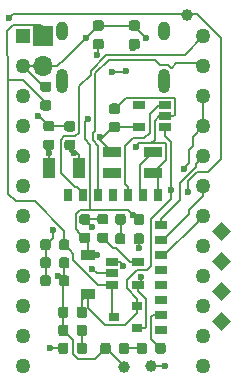
<source format=gbr>
G04 #@! TF.GenerationSoftware,KiCad,Pcbnew,(5.1.10)-1*
G04 #@! TF.CreationDate,2021-09-27T22:25:22-06:00*
G04 #@! TF.ProjectId,BlueMicro833_vddh,426c7565-4d69-4637-926f-3833335f7664,rev?*
G04 #@! TF.SameCoordinates,Original*
G04 #@! TF.FileFunction,Copper,L1,Top*
G04 #@! TF.FilePolarity,Positive*
%FSLAX46Y46*%
G04 Gerber Fmt 4.6, Leading zero omitted, Abs format (unit mm)*
G04 Created by KiCad (PCBNEW (5.1.10)-1) date 2021-09-27 22:25:22*
%MOMM*%
%LPD*%
G01*
G04 APERTURE LIST*
G04 #@! TA.AperFunction,SMDPad,CuDef*
%ADD10R,1.600000X0.850000*%
G04 #@! TD*
G04 #@! TA.AperFunction,ComponentPad*
%ADD11C,1.270000*%
G04 #@! TD*
G04 #@! TA.AperFunction,ComponentPad*
%ADD12R,1.250000X1.250000*%
G04 #@! TD*
G04 #@! TA.AperFunction,ComponentPad*
%ADD13O,1.000000X2.100000*%
G04 #@! TD*
G04 #@! TA.AperFunction,ComponentPad*
%ADD14O,1.000000X1.600000*%
G04 #@! TD*
G04 #@! TA.AperFunction,ComponentPad*
%ADD15R,1.000000X0.650000*%
G04 #@! TD*
G04 #@! TA.AperFunction,ComponentPad*
%ADD16R,0.650000X1.000000*%
G04 #@! TD*
G04 #@! TA.AperFunction,SMDPad,CuDef*
%ADD17R,1.000000X1.800000*%
G04 #@! TD*
G04 #@! TA.AperFunction,SMDPad,CuDef*
%ADD18R,1.060000X0.650000*%
G04 #@! TD*
G04 #@! TA.AperFunction,SMDPad,CuDef*
%ADD19R,1.200000X0.900000*%
G04 #@! TD*
G04 #@! TA.AperFunction,SMDPad,CuDef*
%ADD20R,0.900000X0.800000*%
G04 #@! TD*
G04 #@! TA.AperFunction,SMDPad,CuDef*
%ADD21C,1.000000*%
G04 #@! TD*
G04 #@! TA.AperFunction,ComponentPad*
%ADD22C,0.100000*%
G04 #@! TD*
G04 #@! TA.AperFunction,ComponentPad*
%ADD23R,1.700000X1.700000*%
G04 #@! TD*
G04 #@! TA.AperFunction,ComponentPad*
%ADD24O,1.700000X1.700000*%
G04 #@! TD*
G04 #@! TA.AperFunction,ViaPad*
%ADD25C,0.600000*%
G04 #@! TD*
G04 #@! TA.AperFunction,Conductor*
%ADD26C,0.200000*%
G04 #@! TD*
G04 APERTURE END LIST*
G04 #@! TA.AperFunction,SMDPad,CuDef*
G36*
G01*
X104153133Y-118936575D02*
X103653133Y-118936575D01*
G75*
G02*
X103428133Y-118711575I0J225000D01*
G01*
X103428133Y-118261575D01*
G75*
G02*
X103653133Y-118036575I225000J0D01*
G01*
X104153133Y-118036575D01*
G75*
G02*
X104378133Y-118261575I0J-225000D01*
G01*
X104378133Y-118711575D01*
G75*
G02*
X104153133Y-118936575I-225000J0D01*
G01*
G37*
G04 #@! TD.AperFunction*
G04 #@! TA.AperFunction,SMDPad,CuDef*
G36*
G01*
X104153133Y-120486575D02*
X103653133Y-120486575D01*
G75*
G02*
X103428133Y-120261575I0J225000D01*
G01*
X103428133Y-119811575D01*
G75*
G02*
X103653133Y-119586575I225000J0D01*
G01*
X104153133Y-119586575D01*
G75*
G02*
X104378133Y-119811575I0J-225000D01*
G01*
X104378133Y-120261575D01*
G75*
G02*
X104153133Y-120486575I-225000J0D01*
G01*
G37*
G04 #@! TD.AperFunction*
D10*
X103677133Y-122145775D03*
X103677133Y-123895775D03*
X107177133Y-122145775D03*
X107177133Y-123895775D03*
D11*
X111421533Y-112352775D03*
X111421533Y-114892775D03*
X111421533Y-117432775D03*
X111421533Y-119972775D03*
X111421533Y-122512775D03*
X111421533Y-125052775D03*
X111421533Y-127592775D03*
X111421533Y-130132775D03*
X111421533Y-132672775D03*
X111421533Y-135212775D03*
X111421533Y-137752775D03*
X111421533Y-140292775D03*
X96181533Y-140292775D03*
X96181533Y-137752775D03*
X96181533Y-135212775D03*
X96181533Y-132672775D03*
X96181533Y-130132775D03*
X96181533Y-127592775D03*
X96181533Y-125052775D03*
X96181533Y-122512775D03*
X96181533Y-119972775D03*
X96181533Y-117432775D03*
X96181533Y-114892775D03*
D12*
X96181533Y-112352775D03*
D13*
X108121533Y-116117775D03*
X99481533Y-116117775D03*
D14*
X99481533Y-111937775D03*
X108121533Y-111937775D03*
D15*
X107842533Y-128354775D03*
X107842533Y-129624775D03*
X107842533Y-130894775D03*
X107842533Y-132164775D03*
X107842533Y-133434775D03*
X107842533Y-134704775D03*
X107842533Y-135974775D03*
X107842533Y-137244775D03*
D16*
X101238533Y-125814775D03*
X99968533Y-125814775D03*
X105048533Y-125814775D03*
X102508533Y-125814775D03*
X106318533Y-125814775D03*
X107588533Y-125814775D03*
X103778533Y-125814775D03*
G04 #@! TA.AperFunction,SMDPad,CuDef*
G36*
G01*
X101572033Y-138512525D02*
X101572033Y-139025025D01*
G75*
G02*
X101353283Y-139243775I-218750J0D01*
G01*
X100915783Y-139243775D01*
G75*
G02*
X100697033Y-139025025I0J218750D01*
G01*
X100697033Y-138512525D01*
G75*
G02*
X100915783Y-138293775I218750J0D01*
G01*
X101353283Y-138293775D01*
G75*
G02*
X101572033Y-138512525I0J-218750D01*
G01*
G37*
G04 #@! TD.AperFunction*
G04 #@! TA.AperFunction,SMDPad,CuDef*
G36*
G01*
X99997033Y-138512525D02*
X99997033Y-139025025D01*
G75*
G02*
X99778283Y-139243775I-218750J0D01*
G01*
X99340783Y-139243775D01*
G75*
G02*
X99122033Y-139025025I0J218750D01*
G01*
X99122033Y-138512525D01*
G75*
G02*
X99340783Y-138293775I218750J0D01*
G01*
X99778283Y-138293775D01*
G75*
G02*
X99997033Y-138512525I0J-218750D01*
G01*
G37*
G04 #@! TD.AperFunction*
G04 #@! TA.AperFunction,SMDPad,CuDef*
G36*
G01*
X103973533Y-128103025D02*
X103973533Y-127590525D01*
G75*
G02*
X104192283Y-127371775I218750J0D01*
G01*
X104629783Y-127371775D01*
G75*
G02*
X104848533Y-127590525I0J-218750D01*
G01*
X104848533Y-128103025D01*
G75*
G02*
X104629783Y-128321775I-218750J0D01*
G01*
X104192283Y-128321775D01*
G75*
G02*
X103973533Y-128103025I0J218750D01*
G01*
G37*
G04 #@! TD.AperFunction*
G04 #@! TA.AperFunction,SMDPad,CuDef*
G36*
G01*
X105548533Y-128103025D02*
X105548533Y-127590525D01*
G75*
G02*
X105767283Y-127371775I218750J0D01*
G01*
X106204783Y-127371775D01*
G75*
G02*
X106423533Y-127590525I0J-218750D01*
G01*
X106423533Y-128103025D01*
G75*
G02*
X106204783Y-128321775I-218750J0D01*
G01*
X105767283Y-128321775D01*
G75*
G02*
X105548533Y-128103025I0J218750D01*
G01*
G37*
G04 #@! TD.AperFunction*
D17*
X98360533Y-123528775D03*
X100860533Y-123528775D03*
D18*
X103717533Y-131468775D03*
X103717533Y-132418775D03*
X103717533Y-133368775D03*
X105917533Y-133368775D03*
X105917533Y-131468775D03*
G04 #@! TA.AperFunction,SMDPad,CuDef*
G36*
G01*
X105777034Y-139025025D02*
X105777034Y-138512525D01*
G75*
G02*
X105995784Y-138293775I218750J0D01*
G01*
X106433284Y-138293775D01*
G75*
G02*
X106652034Y-138512525I0J-218750D01*
G01*
X106652034Y-139025025D01*
G75*
G02*
X106433284Y-139243775I-218750J0D01*
G01*
X105995784Y-139243775D01*
G75*
G02*
X105777034Y-139025025I0J218750D01*
G01*
G37*
G04 #@! TD.AperFunction*
G04 #@! TA.AperFunction,SMDPad,CuDef*
G36*
G01*
X107352034Y-139025025D02*
X107352034Y-138512525D01*
G75*
G02*
X107570784Y-138293775I218750J0D01*
G01*
X108008284Y-138293775D01*
G75*
G02*
X108227034Y-138512525I0J-218750D01*
G01*
X108227034Y-139025025D01*
G75*
G02*
X108008284Y-139243775I-218750J0D01*
G01*
X107570784Y-139243775D01*
G75*
G02*
X107352034Y-139025025I0J218750D01*
G01*
G37*
G04 #@! TD.AperFunction*
G04 #@! TA.AperFunction,SMDPad,CuDef*
G36*
G01*
X98596783Y-121959775D02*
X98084283Y-121959775D01*
G75*
G02*
X97865533Y-121741025I0J218750D01*
G01*
X97865533Y-121303525D01*
G75*
G02*
X98084283Y-121084775I218750J0D01*
G01*
X98596783Y-121084775D01*
G75*
G02*
X98815533Y-121303525I0J-218750D01*
G01*
X98815533Y-121741025D01*
G75*
G02*
X98596783Y-121959775I-218750J0D01*
G01*
G37*
G04 #@! TD.AperFunction*
G04 #@! TA.AperFunction,SMDPad,CuDef*
G36*
G01*
X98596783Y-120384775D02*
X98084283Y-120384775D01*
G75*
G02*
X97865533Y-120166025I0J218750D01*
G01*
X97865533Y-119728525D01*
G75*
G02*
X98084283Y-119509775I218750J0D01*
G01*
X98596783Y-119509775D01*
G75*
G02*
X98815533Y-119728525I0J-218750D01*
G01*
X98815533Y-120166025D01*
G75*
G02*
X98596783Y-120384775I-218750J0D01*
G01*
G37*
G04 #@! TD.AperFunction*
G04 #@! TA.AperFunction,SMDPad,CuDef*
G36*
G01*
X99862283Y-119535276D02*
X100374783Y-119535276D01*
G75*
G02*
X100593533Y-119754026I0J-218750D01*
G01*
X100593533Y-120191526D01*
G75*
G02*
X100374783Y-120410276I-218750J0D01*
G01*
X99862283Y-120410276D01*
G75*
G02*
X99643533Y-120191526I0J218750D01*
G01*
X99643533Y-119754026D01*
G75*
G02*
X99862283Y-119535276I218750J0D01*
G01*
G37*
G04 #@! TD.AperFunction*
G04 #@! TA.AperFunction,SMDPad,CuDef*
G36*
G01*
X99862283Y-121110276D02*
X100374783Y-121110276D01*
G75*
G02*
X100593533Y-121329026I0J-218750D01*
G01*
X100593533Y-121766526D01*
G75*
G02*
X100374783Y-121985276I-218750J0D01*
G01*
X99862283Y-121985276D01*
G75*
G02*
X99643533Y-121766526I0J218750D01*
G01*
X99643533Y-121329026D01*
G75*
G02*
X99862283Y-121110276I218750J0D01*
G01*
G37*
G04 #@! TD.AperFunction*
G04 #@! TA.AperFunction,SMDPad,CuDef*
G36*
G01*
X98342783Y-118632275D02*
X97830283Y-118632275D01*
G75*
G02*
X97611533Y-118413525I0J218750D01*
G01*
X97611533Y-117976025D01*
G75*
G02*
X97830283Y-117757275I218750J0D01*
G01*
X98342783Y-117757275D01*
G75*
G02*
X98561533Y-117976025I0J-218750D01*
G01*
X98561533Y-118413525D01*
G75*
G02*
X98342783Y-118632275I-218750J0D01*
G01*
G37*
G04 #@! TD.AperFunction*
G04 #@! TA.AperFunction,SMDPad,CuDef*
G36*
G01*
X98342783Y-117057275D02*
X97830283Y-117057275D01*
G75*
G02*
X97611533Y-116838525I0J218750D01*
G01*
X97611533Y-116401025D01*
G75*
G02*
X97830283Y-116182275I218750J0D01*
G01*
X98342783Y-116182275D01*
G75*
G02*
X98561533Y-116401025I0J-218750D01*
G01*
X98561533Y-116838525D01*
G75*
G02*
X98342783Y-117057275I-218750J0D01*
G01*
G37*
G04 #@! TD.AperFunction*
G04 #@! TA.AperFunction,SMDPad,CuDef*
G36*
G01*
X99997033Y-135464525D02*
X99997033Y-135977025D01*
G75*
G02*
X99778283Y-136195775I-218750J0D01*
G01*
X99340783Y-136195775D01*
G75*
G02*
X99122033Y-135977025I0J218750D01*
G01*
X99122033Y-135464525D01*
G75*
G02*
X99340783Y-135245775I218750J0D01*
G01*
X99778283Y-135245775D01*
G75*
G02*
X99997033Y-135464525I0J-218750D01*
G01*
G37*
G04 #@! TD.AperFunction*
G04 #@! TA.AperFunction,SMDPad,CuDef*
G36*
G01*
X101572033Y-135464525D02*
X101572033Y-135977025D01*
G75*
G02*
X101353283Y-136195775I-218750J0D01*
G01*
X100915783Y-136195775D01*
G75*
G02*
X100697033Y-135977025I0J218750D01*
G01*
X100697033Y-135464525D01*
G75*
G02*
X100915783Y-135245775I218750J0D01*
G01*
X101353283Y-135245775D01*
G75*
G02*
X101572033Y-135464525I0J-218750D01*
G01*
G37*
G04 #@! TD.AperFunction*
G04 #@! TA.AperFunction,SMDPad,CuDef*
G36*
G01*
X99198533Y-131786025D02*
X99198533Y-131273525D01*
G75*
G02*
X99417283Y-131054775I218750J0D01*
G01*
X99854783Y-131054775D01*
G75*
G02*
X100073533Y-131273525I0J-218750D01*
G01*
X100073533Y-131786025D01*
G75*
G02*
X99854783Y-132004775I-218750J0D01*
G01*
X99417283Y-132004775D01*
G75*
G02*
X99198533Y-131786025I0J218750D01*
G01*
G37*
G04 #@! TD.AperFunction*
G04 #@! TA.AperFunction,SMDPad,CuDef*
G36*
G01*
X97623533Y-131786025D02*
X97623533Y-131273525D01*
G75*
G02*
X97842283Y-131054775I218750J0D01*
G01*
X98279783Y-131054775D01*
G75*
G02*
X98498533Y-131273525I0J-218750D01*
G01*
X98498533Y-131786025D01*
G75*
G02*
X98279783Y-132004775I-218750J0D01*
G01*
X97842283Y-132004775D01*
G75*
G02*
X97623533Y-131786025I0J218750D01*
G01*
G37*
G04 #@! TD.AperFunction*
G04 #@! TA.AperFunction,SMDPad,CuDef*
G36*
G01*
X105523033Y-129754025D02*
X105523033Y-129241525D01*
G75*
G02*
X105741783Y-129022775I218750J0D01*
G01*
X106179283Y-129022775D01*
G75*
G02*
X106398033Y-129241525I0J-218750D01*
G01*
X106398033Y-129754025D01*
G75*
G02*
X106179283Y-129972775I-218750J0D01*
G01*
X105741783Y-129972775D01*
G75*
G02*
X105523033Y-129754025I0J218750D01*
G01*
G37*
G04 #@! TD.AperFunction*
G04 #@! TA.AperFunction,SMDPad,CuDef*
G36*
G01*
X103948033Y-129754025D02*
X103948033Y-129241525D01*
G75*
G02*
X104166783Y-129022775I218750J0D01*
G01*
X104604283Y-129022775D01*
G75*
G02*
X104823033Y-129241525I0J-218750D01*
G01*
X104823033Y-129754025D01*
G75*
G02*
X104604283Y-129972775I-218750J0D01*
G01*
X104166783Y-129972775D01*
G75*
G02*
X103948033Y-129754025I0J218750D01*
G01*
G37*
G04 #@! TD.AperFunction*
G04 #@! TA.AperFunction,SMDPad,CuDef*
G36*
G01*
X103168783Y-128258775D02*
X102656283Y-128258775D01*
G75*
G02*
X102437533Y-128040025I0J218750D01*
G01*
X102437533Y-127602525D01*
G75*
G02*
X102656283Y-127383775I218750J0D01*
G01*
X103168783Y-127383775D01*
G75*
G02*
X103387533Y-127602525I0J-218750D01*
G01*
X103387533Y-128040025D01*
G75*
G02*
X103168783Y-128258775I-218750J0D01*
G01*
G37*
G04 #@! TD.AperFunction*
G04 #@! TA.AperFunction,SMDPad,CuDef*
G36*
G01*
X103168783Y-129833775D02*
X102656283Y-129833775D01*
G75*
G02*
X102437533Y-129615025I0J218750D01*
G01*
X102437533Y-129177525D01*
G75*
G02*
X102656283Y-128958775I218750J0D01*
G01*
X103168783Y-128958775D01*
G75*
G02*
X103387533Y-129177525I0J-218750D01*
G01*
X103387533Y-129615025D01*
G75*
G02*
X103168783Y-129833775I-218750J0D01*
G01*
G37*
G04 #@! TD.AperFunction*
G04 #@! TA.AperFunction,SMDPad,CuDef*
G36*
G01*
X101644783Y-129859281D02*
X101132283Y-129859281D01*
G75*
G02*
X100913533Y-129640531I0J218750D01*
G01*
X100913533Y-129203031D01*
G75*
G02*
X101132283Y-128984281I218750J0D01*
G01*
X101644783Y-128984281D01*
G75*
G02*
X101863533Y-129203031I0J-218750D01*
G01*
X101863533Y-129640531D01*
G75*
G02*
X101644783Y-129859281I-218750J0D01*
G01*
G37*
G04 #@! TD.AperFunction*
G04 #@! TA.AperFunction,SMDPad,CuDef*
G36*
G01*
X101644783Y-128284281D02*
X101132283Y-128284281D01*
G75*
G02*
X100913533Y-128065531I0J218750D01*
G01*
X100913533Y-127628031D01*
G75*
G02*
X101132283Y-127409281I218750J0D01*
G01*
X101644783Y-127409281D01*
G75*
G02*
X101863533Y-127628031I0J-218750D01*
G01*
X101863533Y-128065531D01*
G75*
G02*
X101644783Y-128284281I-218750J0D01*
G01*
G37*
G04 #@! TD.AperFunction*
G04 #@! TA.AperFunction,SMDPad,CuDef*
G36*
G01*
X100073533Y-129749525D02*
X100073533Y-130262025D01*
G75*
G02*
X99854783Y-130480775I-218750J0D01*
G01*
X99417283Y-130480775D01*
G75*
G02*
X99198533Y-130262025I0J218750D01*
G01*
X99198533Y-129749525D01*
G75*
G02*
X99417283Y-129530775I218750J0D01*
G01*
X99854783Y-129530775D01*
G75*
G02*
X100073533Y-129749525I0J-218750D01*
G01*
G37*
G04 #@! TD.AperFunction*
G04 #@! TA.AperFunction,SMDPad,CuDef*
G36*
G01*
X98498533Y-129749525D02*
X98498533Y-130262025D01*
G75*
G02*
X98279783Y-130480775I-218750J0D01*
G01*
X97842283Y-130480775D01*
G75*
G02*
X97623533Y-130262025I0J218750D01*
G01*
X97623533Y-129749525D01*
G75*
G02*
X97842283Y-129530775I218750J0D01*
G01*
X98279783Y-129530775D01*
G75*
G02*
X98498533Y-129749525I0J-218750D01*
G01*
G37*
G04 #@! TD.AperFunction*
G04 #@! TA.AperFunction,SMDPad,CuDef*
G36*
G01*
X99997033Y-136988525D02*
X99997033Y-137501025D01*
G75*
G02*
X99778283Y-137719775I-218750J0D01*
G01*
X99340783Y-137719775D01*
G75*
G02*
X99122033Y-137501025I0J218750D01*
G01*
X99122033Y-136988525D01*
G75*
G02*
X99340783Y-136769775I218750J0D01*
G01*
X99778283Y-136769775D01*
G75*
G02*
X99997033Y-136988525I0J-218750D01*
G01*
G37*
G04 #@! TD.AperFunction*
G04 #@! TA.AperFunction,SMDPad,CuDef*
G36*
G01*
X101572033Y-136988525D02*
X101572033Y-137501025D01*
G75*
G02*
X101353283Y-137719775I-218750J0D01*
G01*
X100915783Y-137719775D01*
G75*
G02*
X100697033Y-137501025I0J218750D01*
G01*
X100697033Y-136988525D01*
G75*
G02*
X100915783Y-136769775I218750J0D01*
G01*
X101353283Y-136769775D01*
G75*
G02*
X101572033Y-136988525I0J-218750D01*
G01*
G37*
G04 #@! TD.AperFunction*
G04 #@! TA.AperFunction,SMDPad,CuDef*
G36*
G01*
X97623533Y-133310025D02*
X97623533Y-132797525D01*
G75*
G02*
X97842283Y-132578775I218750J0D01*
G01*
X98279783Y-132578775D01*
G75*
G02*
X98498533Y-132797525I0J-218750D01*
G01*
X98498533Y-133310025D01*
G75*
G02*
X98279783Y-133528775I-218750J0D01*
G01*
X97842283Y-133528775D01*
G75*
G02*
X97623533Y-133310025I0J218750D01*
G01*
G37*
G04 #@! TD.AperFunction*
G04 #@! TA.AperFunction,SMDPad,CuDef*
G36*
G01*
X99198533Y-133310025D02*
X99198533Y-132797525D01*
G75*
G02*
X99417283Y-132578775I218750J0D01*
G01*
X99854783Y-132578775D01*
G75*
G02*
X100073533Y-132797525I0J-218750D01*
G01*
X100073533Y-133310025D01*
G75*
G02*
X99854783Y-133528775I-218750J0D01*
G01*
X99417283Y-133528775D01*
G75*
G02*
X99198533Y-133310025I0J218750D01*
G01*
G37*
G04 #@! TD.AperFunction*
G04 #@! TA.AperFunction,SMDPad,CuDef*
G36*
G01*
X105153533Y-138512525D02*
X105153533Y-139025025D01*
G75*
G02*
X104934783Y-139243775I-218750J0D01*
G01*
X104497283Y-139243775D01*
G75*
G02*
X104278533Y-139025025I0J218750D01*
G01*
X104278533Y-138512525D01*
G75*
G02*
X104497283Y-138293775I218750J0D01*
G01*
X104934783Y-138293775D01*
G75*
G02*
X105153533Y-138512525I0J-218750D01*
G01*
G37*
G04 #@! TD.AperFunction*
G04 #@! TA.AperFunction,SMDPad,CuDef*
G36*
G01*
X103578533Y-138512525D02*
X103578533Y-139025025D01*
G75*
G02*
X103359783Y-139243775I-218750J0D01*
G01*
X102922283Y-139243775D01*
G75*
G02*
X102703533Y-139025025I0J218750D01*
G01*
X102703533Y-138512525D01*
G75*
G02*
X102922283Y-138293775I218750J0D01*
G01*
X103359783Y-138293775D01*
G75*
G02*
X103578533Y-138512525I0J-218750D01*
G01*
G37*
G04 #@! TD.AperFunction*
D19*
X101642533Y-134196775D03*
X101642533Y-130896775D03*
D20*
X105817533Y-137051775D03*
X105817533Y-135151775D03*
X103817533Y-136101775D03*
D21*
X106976533Y-140292775D03*
X104665133Y-140343575D03*
X110049933Y-110523975D03*
G04 #@! TA.AperFunction,ComponentPad*
D22*
G36*
X112945533Y-134720592D02*
G01*
X112167716Y-133942775D01*
X112945533Y-133164958D01*
X113723350Y-133942775D01*
X112945533Y-134720592D01*
G37*
G04 #@! TD.AperFunction*
G04 #@! TA.AperFunction,ComponentPad*
G36*
X112945533Y-137260592D02*
G01*
X112167716Y-136482775D01*
X112945533Y-135704958D01*
X113723350Y-136482775D01*
X112945533Y-137260592D01*
G37*
G04 #@! TD.AperFunction*
G04 #@! TA.AperFunction,ComponentPad*
G36*
X112945533Y-129640592D02*
G01*
X112167716Y-128862775D01*
X112945533Y-128084958D01*
X113723350Y-128862775D01*
X112945533Y-129640592D01*
G37*
G04 #@! TD.AperFunction*
G04 #@! TA.AperFunction,ComponentPad*
G36*
X112945533Y-132180592D02*
G01*
X112167716Y-131402775D01*
X112945533Y-130624958D01*
X113723350Y-131402775D01*
X112945533Y-132180592D01*
G37*
G04 #@! TD.AperFunction*
G04 #@! TA.AperFunction,SMDPad,CuDef*
G36*
G01*
X105835783Y-113450775D02*
X105323283Y-113450775D01*
G75*
G02*
X105104533Y-113232025I0J218750D01*
G01*
X105104533Y-112794525D01*
G75*
G02*
X105323283Y-112575775I218750J0D01*
G01*
X105835783Y-112575775D01*
G75*
G02*
X106054533Y-112794525I0J-218750D01*
G01*
X106054533Y-113232025D01*
G75*
G02*
X105835783Y-113450775I-218750J0D01*
G01*
G37*
G04 #@! TD.AperFunction*
G04 #@! TA.AperFunction,SMDPad,CuDef*
G36*
G01*
X105835783Y-111875775D02*
X105323283Y-111875775D01*
G75*
G02*
X105104533Y-111657025I0J218750D01*
G01*
X105104533Y-111219525D01*
G75*
G02*
X105323283Y-111000775I218750J0D01*
G01*
X105835783Y-111000775D01*
G75*
G02*
X106054533Y-111219525I0J-218750D01*
G01*
X106054533Y-111657025D01*
G75*
G02*
X105835783Y-111875775I-218750J0D01*
G01*
G37*
G04 #@! TD.AperFunction*
G04 #@! TA.AperFunction,SMDPad,CuDef*
G36*
G01*
X102787783Y-111875775D02*
X102275283Y-111875775D01*
G75*
G02*
X102056533Y-111657025I0J218750D01*
G01*
X102056533Y-111219525D01*
G75*
G02*
X102275283Y-111000775I218750J0D01*
G01*
X102787783Y-111000775D01*
G75*
G02*
X103006533Y-111219525I0J-218750D01*
G01*
X103006533Y-111657025D01*
G75*
G02*
X102787783Y-111875775I-218750J0D01*
G01*
G37*
G04 #@! TD.AperFunction*
G04 #@! TA.AperFunction,SMDPad,CuDef*
G36*
G01*
X102787783Y-113450775D02*
X102275283Y-113450775D01*
G75*
G02*
X102056533Y-113232025I0J218750D01*
G01*
X102056533Y-112794525D01*
G75*
G02*
X102275283Y-112575775I218750J0D01*
G01*
X102787783Y-112575775D01*
G75*
G02*
X103006533Y-112794525I0J-218750D01*
G01*
X103006533Y-113232025D01*
G75*
G02*
X102787783Y-113450775I-218750J0D01*
G01*
G37*
G04 #@! TD.AperFunction*
D18*
X108152733Y-120059175D03*
X108152733Y-119109175D03*
X108152733Y-118159175D03*
X105952733Y-118159175D03*
X105952733Y-120059175D03*
D23*
X97832533Y-112352775D03*
D24*
X97832533Y-114892775D03*
D25*
X99102533Y-132672775D03*
X102023533Y-132037775D03*
X102023533Y-128481775D03*
X109743368Y-123578871D03*
X97451533Y-119083783D03*
X106595533Y-112479775D03*
X101490033Y-112479775D03*
X105681133Y-121699975D03*
X98360533Y-122258775D03*
X110143659Y-125563928D03*
X94995261Y-110785503D03*
X98682535Y-128735775D03*
X105452533Y-127465775D03*
X106140797Y-132693776D03*
X102404533Y-130894775D03*
X101677523Y-119337775D03*
X100499533Y-122258775D03*
X103668321Y-115340385D03*
X104868333Y-115299185D03*
X104631709Y-131761480D03*
X105960533Y-130259775D03*
X108170333Y-140241975D03*
X98467533Y-138727565D03*
X102411236Y-113903629D03*
X105449352Y-113343552D03*
X108671263Y-125360061D03*
X102658535Y-120861775D03*
D26*
X100397023Y-139239905D02*
X100814893Y-139657775D01*
X99559533Y-137244775D02*
X100397023Y-138082265D01*
X100397023Y-138082265D02*
X100397023Y-139239905D01*
X102252033Y-139657775D02*
X103141033Y-138768775D01*
X100814893Y-139657775D02*
X102252033Y-139657775D01*
X99559533Y-137244775D02*
X99559533Y-135720775D01*
X101414039Y-127821275D02*
X101388533Y-127846781D01*
X102912533Y-127821275D02*
X101414039Y-127821275D01*
X100093032Y-119947275D02*
X100118533Y-119972776D01*
X98340533Y-119947275D02*
X100093032Y-119947275D01*
X107588533Y-125639775D02*
X107588533Y-125814775D01*
X111421533Y-119074750D02*
X111421533Y-117432775D01*
X111421533Y-119972775D02*
X111421533Y-119074750D01*
X99559533Y-133130275D02*
X99636033Y-133053775D01*
X99636033Y-133053775D02*
X99636033Y-131529775D01*
X99255033Y-132672775D02*
X99636033Y-133053775D01*
X99102533Y-132672775D02*
X99255033Y-132672775D01*
X103717533Y-132418775D02*
X102404533Y-132418775D01*
X102404533Y-132418775D02*
X102023533Y-132037775D01*
X101388533Y-127846781D02*
X101388539Y-127846781D01*
X101388539Y-127846781D02*
X102023533Y-128481775D01*
X110245232Y-121948150D02*
X110245232Y-123077007D01*
X110545234Y-120849074D02*
X110545234Y-121648148D01*
X110245232Y-123077007D02*
X110043367Y-123278872D01*
X110545234Y-121648148D02*
X110245232Y-121948150D01*
X110043367Y-123278872D02*
X109743368Y-123578871D01*
X111421533Y-119972775D02*
X110545234Y-120849074D01*
X99559533Y-134196775D02*
X99559533Y-133130275D01*
X99559533Y-135720775D02*
X99559533Y-134196775D01*
X97477041Y-119083783D02*
X97451533Y-119083783D01*
X98340533Y-119947275D02*
X97477041Y-119083783D01*
X105579533Y-111438275D02*
X102531533Y-111438275D01*
X99712033Y-114257775D02*
X100347033Y-113622775D01*
X105579533Y-111438275D02*
X105579533Y-111463775D01*
X105579533Y-111463775D02*
X106595533Y-112479775D01*
X102531533Y-111438275D02*
X101490033Y-112479775D01*
X101490033Y-112479775D02*
X100347033Y-113622775D01*
X97959533Y-116670775D02*
X98086533Y-116670775D01*
X96181533Y-114892775D02*
X97959533Y-116670775D01*
X96181533Y-114892775D02*
X97832533Y-114892775D01*
X99669614Y-114257775D02*
X99712033Y-114257775D01*
X99034614Y-114892775D02*
X99669614Y-114257775D01*
X97832533Y-114892775D02*
X99034614Y-114892775D01*
X103141033Y-138768775D02*
X104665033Y-140292775D01*
X107588533Y-124307175D02*
X107177133Y-123895775D01*
X107588533Y-125814775D02*
X107588533Y-124307175D01*
X105553731Y-121699975D02*
X105681133Y-121699975D01*
X108277134Y-121480774D02*
X108196336Y-121399976D01*
X108277134Y-122810776D02*
X108277134Y-121480774D01*
X107588533Y-123499377D02*
X108277134Y-122810776D01*
X105981132Y-121399976D02*
X105681133Y-121699975D01*
X107588533Y-125814775D02*
X107588533Y-123499377D01*
X108196336Y-121399976D02*
X106997132Y-121399976D01*
X106997132Y-121399976D02*
X105981132Y-121399976D01*
X107306733Y-119510173D02*
X107707731Y-119109175D01*
X107306733Y-121090375D02*
X107306733Y-119510173D01*
X107707731Y-119109175D02*
X108152733Y-119109175D01*
X106997132Y-121399976D02*
X107306733Y-121090375D01*
X104855534Y-117534174D02*
X103903133Y-118486575D01*
X108922734Y-117534174D02*
X104855534Y-117534174D01*
X108982734Y-117594174D02*
X108922734Y-117534174D01*
X108982734Y-119009174D02*
X108982734Y-117594174D01*
X108882733Y-119109175D02*
X108982734Y-119009174D01*
X108152733Y-119109175D02*
X108882733Y-119109175D01*
X98360533Y-121542275D02*
X98340533Y-121522275D01*
X98360533Y-123528775D02*
X98360533Y-122258775D01*
X98360533Y-122258775D02*
X98360533Y-121542275D01*
X112906768Y-112466410D02*
X110925862Y-110485504D01*
X95295260Y-110485504D02*
X94995261Y-110785503D01*
X112906768Y-122768466D02*
X112906768Y-112466410D01*
X110925862Y-110485504D02*
X95295260Y-110485504D01*
X111798760Y-123876474D02*
X112906768Y-122768466D01*
X110899467Y-123876474D02*
X111798760Y-123876474D01*
X110143659Y-124632282D02*
X110899467Y-123876474D01*
X110143659Y-125563928D02*
X110143659Y-124632282D01*
X98061033Y-133053775D02*
X98061033Y-131529775D01*
X98061033Y-131529775D02*
X98061033Y-130005775D01*
X98682535Y-129384273D02*
X98061033Y-130005775D01*
X98682535Y-128735775D02*
X98682535Y-129384273D01*
X105917533Y-133893775D02*
X105917533Y-133368775D01*
X106576523Y-134552765D02*
X105917533Y-133893775D01*
X106576523Y-136942785D02*
X106576523Y-134552765D01*
X106467533Y-137051775D02*
X106576523Y-136942785D01*
X105817533Y-137051775D02*
X106467533Y-137051775D01*
X105752532Y-127765774D02*
X105452533Y-127465775D01*
X105833533Y-127846775D02*
X105752532Y-127765774D01*
X105986033Y-127846775D02*
X105833533Y-127846775D01*
X100926921Y-128960169D02*
X101388533Y-129421781D01*
X100613523Y-127413151D02*
X100613523Y-128646771D01*
X100954909Y-127071765D02*
X100613523Y-127413151D01*
X105452533Y-127465775D02*
X105058523Y-127071765D01*
X101642533Y-129675781D02*
X101388533Y-129421781D01*
X101642533Y-130896775D02*
X101642533Y-129675781D01*
X106140797Y-133145511D02*
X105917533Y-133368775D01*
X106140797Y-132693776D02*
X106140797Y-133145511D01*
X101644533Y-130894775D02*
X101980269Y-130894775D01*
X101980269Y-130894775D02*
X102404533Y-130894775D01*
X101642533Y-130896775D02*
X101644533Y-130894775D01*
X100753533Y-128786781D02*
X100926921Y-128960169D01*
X100613523Y-128646771D02*
X100753533Y-128786781D01*
X105058523Y-127071765D02*
X101769533Y-127071765D01*
X101769533Y-127071765D02*
X100954909Y-127071765D01*
X101769533Y-119337775D02*
X101677523Y-119337775D01*
X101863534Y-126977764D02*
X101863534Y-121520478D01*
X101377524Y-121034468D02*
X101377524Y-119637774D01*
X101863534Y-121520478D02*
X101377524Y-121034468D01*
X101377524Y-119637774D02*
X101677523Y-119337775D01*
X101769533Y-127071765D02*
X101863534Y-126977764D01*
X100118533Y-122085276D02*
X100292032Y-122258775D01*
X100118533Y-121547776D02*
X100118533Y-122085276D01*
X100860533Y-122428775D02*
X100860533Y-123528775D01*
X100690533Y-122258775D02*
X100860533Y-122428775D01*
X100292032Y-122258775D02*
X100499533Y-122258775D01*
X100499533Y-122258775D02*
X100690533Y-122258775D01*
X103717533Y-136001775D02*
X103817533Y-136101775D01*
X103717533Y-133368775D02*
X103717533Y-136001775D01*
X100373543Y-131275789D02*
X100373543Y-130743285D01*
X100097645Y-130467387D02*
X99636033Y-130005775D01*
X100373543Y-130743285D02*
X100097645Y-130467387D01*
X102466529Y-133368775D02*
X100373543Y-131275789D01*
X103717533Y-133368775D02*
X102466529Y-133368775D01*
X99636033Y-128801271D02*
X97145785Y-126311023D01*
X99636033Y-130005775D02*
X99636033Y-128801271D01*
X97145785Y-126311023D02*
X97134033Y-126322775D01*
X97134033Y-126322775D02*
X95546533Y-126322775D01*
X95546533Y-126322775D02*
X94911533Y-125687775D01*
X94911533Y-125687775D02*
X94911533Y-116035775D01*
X94911533Y-116035775D02*
X94911533Y-114067275D01*
X97627262Y-111385504D02*
X95283262Y-111385504D01*
X97832533Y-111590775D02*
X97627262Y-111385504D01*
X94784533Y-113940275D02*
X94911533Y-114067275D01*
X94784533Y-111884233D02*
X94784533Y-113940275D01*
X95283262Y-111385504D02*
X94784533Y-111884233D01*
X96168335Y-116035775D02*
X94911533Y-116035775D01*
X98086533Y-118194775D02*
X98086533Y-117953973D01*
X98086533Y-117953973D02*
X96168335Y-116035775D01*
X104827133Y-115340385D02*
X104868333Y-115299185D01*
X103668321Y-115340385D02*
X104827133Y-115340385D01*
X110786534Y-128227774D02*
X111421533Y-127592775D01*
X108119533Y-130894775D02*
X110786534Y-128227774D01*
X107842533Y-130894775D02*
X108119533Y-130894775D01*
X107842533Y-128354775D02*
X107842533Y-127829775D01*
X109424531Y-124785710D02*
X110786534Y-123423707D01*
X107842533Y-127829775D02*
X109424531Y-126247777D01*
X110786534Y-123147774D02*
X111421533Y-122512775D01*
X110786534Y-123423707D02*
X110786534Y-123147774D01*
X109424531Y-126247777D02*
X109424531Y-124785710D01*
X104447533Y-131468775D02*
X103717533Y-131468775D01*
X105960533Y-129497775D02*
X105960533Y-130072775D01*
X104447533Y-131468775D02*
X104447533Y-131577304D01*
X104447533Y-131577304D02*
X104631709Y-131761480D01*
X105960533Y-130259775D02*
X105960533Y-129497775D01*
X105187533Y-131468775D02*
X105917533Y-131468775D01*
X103991543Y-130272785D02*
X105187533Y-131468775D01*
X103789043Y-130272785D02*
X103991543Y-130272785D01*
X102912533Y-129396275D02*
X103789043Y-130272785D01*
X104411033Y-129472275D02*
X104385533Y-129497775D01*
X104411033Y-127846775D02*
X104411033Y-129472275D01*
X110245232Y-127397076D02*
X108017533Y-129624775D01*
X108017533Y-129624775D02*
X107842533Y-129624775D01*
X110245232Y-127028150D02*
X110245232Y-127397076D01*
X111421533Y-125851849D02*
X110245232Y-127028150D01*
X111421533Y-125052775D02*
X111421533Y-125851849D01*
X107027333Y-140241975D02*
X106976533Y-140292775D01*
X108170333Y-140241975D02*
X107027333Y-140241975D01*
X99559533Y-138768775D02*
X98508743Y-138768775D01*
X98508743Y-138768775D02*
X98467533Y-138727565D01*
X101134533Y-137244775D02*
X101134533Y-138768775D01*
X106214534Y-138768775D02*
X104716033Y-138768775D01*
X107327922Y-138307163D02*
X107789534Y-138768775D01*
X106976533Y-137955774D02*
X107327922Y-138307163D01*
X106976533Y-136140775D02*
X106976533Y-137955774D01*
X107142533Y-135974775D02*
X106976533Y-136140775D01*
X107842533Y-135974775D02*
X107142533Y-135974775D01*
X102531533Y-113013275D02*
X102531533Y-113783332D01*
X102531533Y-113783332D02*
X102411236Y-113903629D01*
X105579533Y-113013275D02*
X105579533Y-113213371D01*
X105579533Y-113213371D02*
X105449352Y-113343552D01*
X101642533Y-134846775D02*
X101642533Y-134196775D01*
X101642533Y-135316777D02*
X101642533Y-134846775D01*
X103127532Y-136801776D02*
X101642533Y-135316777D01*
X104767532Y-136801776D02*
X103127532Y-136801776D01*
X105817533Y-135751775D02*
X104767532Y-136801776D01*
X105817533Y-135151775D02*
X105817533Y-135751775D01*
X101134533Y-134704775D02*
X101642533Y-134196775D01*
X101134533Y-135720775D02*
X101134533Y-134704775D01*
X106687534Y-132093776D02*
X106976533Y-131804777D01*
X106976533Y-131804777D02*
X106976533Y-127855773D01*
X106976533Y-127855773D02*
X108671263Y-126161043D01*
X105797530Y-132093776D02*
X106687534Y-132093776D01*
X104944533Y-132946773D02*
X105797530Y-132093776D01*
X104944533Y-133678775D02*
X104944533Y-132946773D01*
X108671263Y-125784325D02*
X108671263Y-125360061D01*
X105817533Y-134551775D02*
X104944533Y-133678775D01*
X105817533Y-135151775D02*
X105817533Y-134551775D01*
X108671263Y-126161043D02*
X108671263Y-125784325D01*
X108671263Y-124145445D02*
X108671263Y-125360061D01*
X108671263Y-121286505D02*
X108671263Y-121309203D01*
X108677145Y-122976465D02*
X108671263Y-122982347D01*
X108671263Y-121309203D02*
X108677145Y-121315085D01*
X108677145Y-121315085D02*
X108677145Y-122976465D01*
X108671263Y-122982347D02*
X108671263Y-124145445D01*
X108152733Y-120790673D02*
X108677145Y-121315085D01*
X108152733Y-120059175D02*
X108152733Y-120790673D01*
X104817533Y-124883775D02*
X105048533Y-125114775D01*
X104817533Y-121623775D02*
X104817533Y-124883775D01*
X105048533Y-125114775D02*
X105048533Y-125814775D01*
X107707731Y-118159175D02*
X108152733Y-118159175D01*
X106906723Y-118960183D02*
X107707731Y-118159175D01*
X106906723Y-120500187D02*
X106906723Y-118960183D01*
X106406944Y-120999966D02*
X106906723Y-120500187D01*
X105441342Y-120999966D02*
X106406944Y-120999966D01*
X104817533Y-121623775D02*
X105441342Y-120999966D01*
X102658535Y-121127177D02*
X103677133Y-122145775D01*
X102658535Y-120861775D02*
X102658535Y-121127177D01*
X105930133Y-120036575D02*
X105952733Y-120059175D01*
X103903133Y-120036575D02*
X105930133Y-120036575D01*
X103731733Y-120036575D02*
X103903133Y-120036575D01*
X102906533Y-120861775D02*
X103731733Y-120036575D01*
X102658535Y-120861775D02*
X102906533Y-120861775D01*
X106077132Y-123245776D02*
X107177133Y-122145775D01*
X106077132Y-125573374D02*
X106077132Y-123245776D01*
X106318533Y-125814775D02*
X106077132Y-125573374D01*
X99647403Y-120810266D02*
X99343523Y-121114146D01*
X101238533Y-125639775D02*
X101238533Y-125814775D01*
X99343523Y-123919765D02*
X100538533Y-125114775D01*
X100713533Y-125114775D02*
X101238533Y-125639775D01*
X111421533Y-112352775D02*
X109830746Y-113943562D01*
X100538533Y-125114775D02*
X100713533Y-125114775D01*
X100893543Y-116574665D02*
X100893543Y-120506386D01*
X100589663Y-120810266D02*
X99647403Y-120810266D01*
X101877522Y-115590686D02*
X100893543Y-116574665D01*
X103219846Y-113943562D02*
X101877522Y-115285886D01*
X99343523Y-121114146D02*
X99343523Y-123919765D01*
X109830746Y-113943562D02*
X103219846Y-113943562D01*
X100893543Y-120506386D02*
X100589663Y-120810266D01*
X101877522Y-115285886D02*
X101877522Y-115590686D01*
X111167533Y-114638775D02*
X111421533Y-114892775D01*
X109100534Y-114638775D02*
X111167533Y-114638775D01*
X102508533Y-121599777D02*
X102058530Y-121149776D01*
X108723928Y-115038786D02*
X108735522Y-115038786D01*
X102277533Y-115477973D02*
X103411933Y-114343573D01*
X107365967Y-114343573D02*
X107790159Y-114767765D01*
X102058530Y-121149776D02*
X102058530Y-120573774D01*
X107790159Y-114767765D02*
X108452907Y-114767765D01*
X102277533Y-120354771D02*
X102277533Y-115477973D01*
X103411933Y-114343573D02*
X107365967Y-114343573D01*
X102058530Y-120573774D02*
X102277533Y-120354771D01*
X102508533Y-125814775D02*
X102508533Y-121599777D01*
X108735522Y-115038786D02*
X109135533Y-114638775D01*
X108452907Y-114767765D02*
X108723928Y-115038786D01*
M02*

</source>
